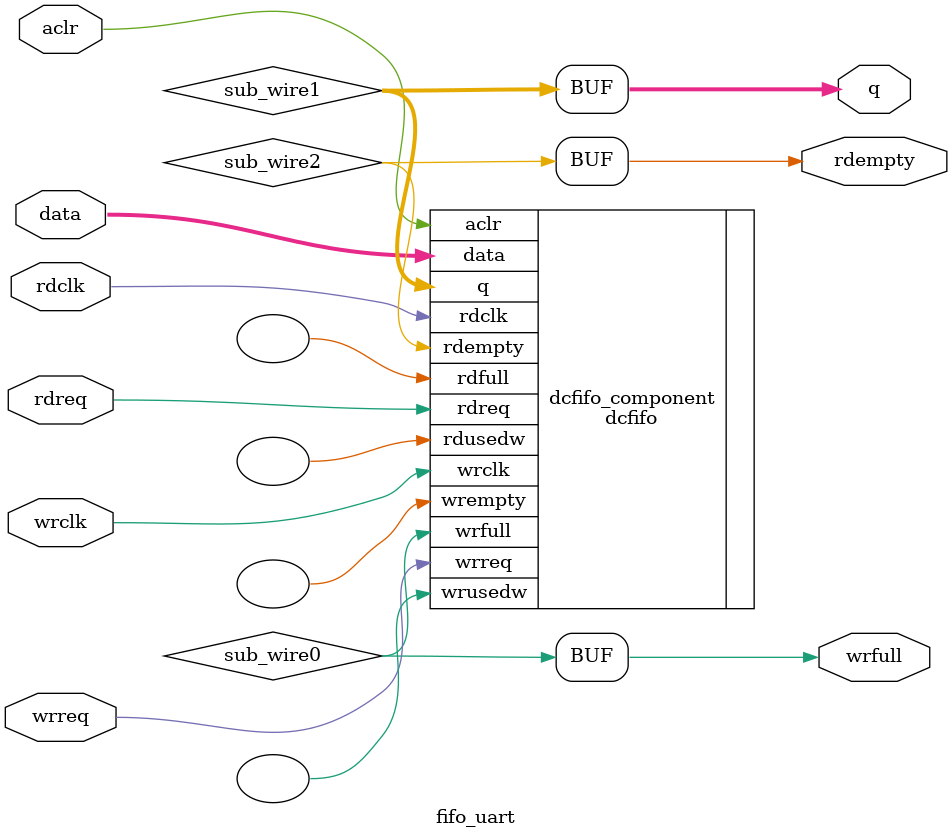
<source format=v>
module fifo_uart (
	aclr,
	data,
	rdclk,
	rdreq,
	wrclk,
	wrreq,
	q,
	rdempty,
	wrfull);
	input	  aclr;
	input	[7:0]  data;
	input	  rdclk;
	input	  rdreq;
	input	  wrclk;
	input	  wrreq;
	output	[7:0]  q;
	output	  rdempty;
	output	  wrfull;
`ifndef ALTERA_RESERVED_QIS
// synopsys translate_off
`endif
	tri0	  aclr;
`ifndef ALTERA_RESERVED_QIS
// synopsys translate_on
`endif
	wire  sub_wire0;
	wire [7:0] sub_wire1;
	wire  sub_wire2;
	wire  wrfull = sub_wire0;
	wire [7:0] q = sub_wire1[7:0];
	wire  rdempty = sub_wire2;
	dcfifo	dcfifo_component (
				.rdclk (rdclk),
				.wrclk (wrclk),
				.wrreq (wrreq),
				.aclr (aclr),
				.data (data),
				.rdreq (rdreq),
				.wrfull (sub_wire0),
				.q (sub_wire1),
				.rdempty (sub_wire2),
				.rdfull (),
				.rdusedw (),
				.wrempty (),
				.wrusedw ());
	defparam
		dcfifo_component.intended_device_family = "Cyclone IV E",
		dcfifo_component.lpm_numwords = 4096,
		dcfifo_component.lpm_showahead = "OFF",
		dcfifo_component.lpm_type = "dcfifo",
		dcfifo_component.lpm_width = 8,
		dcfifo_component.lpm_widthu = 12,
		dcfifo_component.overflow_checking = "ON",
		dcfifo_component.rdsync_delaypipe = 5,
		dcfifo_component.read_aclr_synch = "OFF",
		dcfifo_component.underflow_checking = "ON",
		dcfifo_component.use_eab = "ON",
		dcfifo_component.write_aclr_synch = "OFF",
		dcfifo_component.wrsync_delaypipe = 5;
endmodule
</source>
